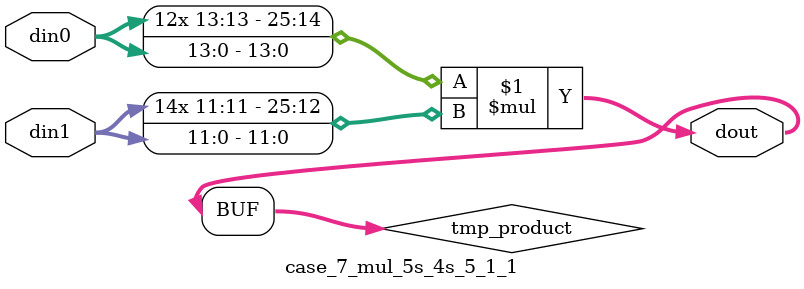
<source format=v>

`timescale 1 ns / 1 ps

 module case_7_mul_5s_4s_5_1_1(din0, din1, dout);
parameter ID = 1;
parameter NUM_STAGE = 0;
parameter din0_WIDTH = 14;
parameter din1_WIDTH = 12;
parameter dout_WIDTH = 26;

input [din0_WIDTH - 1 : 0] din0; 
input [din1_WIDTH - 1 : 0] din1; 
output [dout_WIDTH - 1 : 0] dout;

wire signed [dout_WIDTH - 1 : 0] tmp_product;



























assign tmp_product = $signed(din0) * $signed(din1);








assign dout = tmp_product;





















endmodule

</source>
